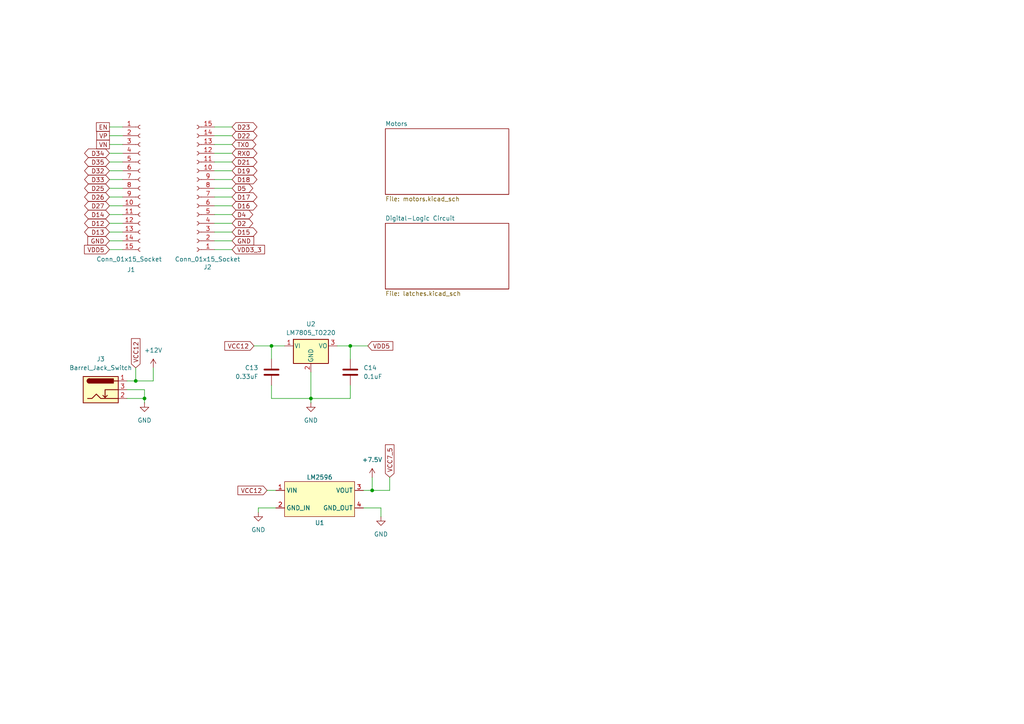
<source format=kicad_sch>
(kicad_sch (version 20231120) (generator "eeschema") (generator_version "8.0")
  (paper "A4")
  (lib_symbols
    (symbol "Connector:Barrel_Jack_Switch" (pin_names hide)
      (property "Reference" "J" (at 0 5.334 0))
      (property "Value" "Barrel_Jack_Switch" (at 0 -5.08 0))
      (symbol "Barrel_Jack_Switch_0_1"
        (rectangle (start -5.08 3.81) (end 5.08 -3.81) (stroke (width 0.254)) (fill (type background)))
        (arc (start -3.302 3.175) (mid -3.9343 2.54) (end -3.302 1.905) (stroke (width 0.254)))
        (arc (start -3.302 3.175) (mid -3.9343 2.54) (end -3.302 1.905) (stroke (width 0.254)) (fill (type outline)))
        (polyline (pts (xy 1.27 -2.286) (xy 1.905 -1.651)) (stroke (width 0.254)))
        (polyline (pts (xy 5.08 2.54) (xy 3.81 2.54)) (stroke (width 0.254)))
        (polyline (pts (xy 5.08 0) (xy 1.27 0) (xy 1.27 -2.286) (xy 0.635 -1.651)) (stroke (width 0.254)))
        (polyline (pts (xy -3.81 -2.54) (xy -2.54 -2.54) (xy -1.27 -1.27) (xy 0 -2.54) (xy 2.54 -2.54) (xy 5.08 -2.54)) (stroke (width 0.254)))
        (rectangle (start 3.683 3.175) (end -3.302 1.905) (stroke (width 0.254)) (fill (type outline)))
      )
      (symbol "Barrel_Jack_Switch_1_1"
        (pin passive line (at 7.62 2.54 180) (length 2.54) (name "~") (number "1"))
        (pin passive line (at 7.62 -2.54 180) (length 2.54) (name "~") (number "2"))
        (pin passive line (at 7.62 0 180) (length 2.54) (name "~") (number "3"))
      )
    )
    (symbol "Connector:Conn_01x15_Socket" (pin_names (offset 1.016) hide)
      (property "Reference" "J" (at 0 20.32 0))
      (property "Value" "Conn_01x15_Socket" (at 0 -20.32 0))
      (symbol "Conn_01x15_Socket_1_1"
        (arc (start 0 -17.272) (mid -0.5058 -17.78) (end 0 -18.288) (stroke (width 0.1524)))
        (arc (start 0 -14.732) (mid -0.5058 -15.24) (end 0 -15.748) (stroke (width 0.1524)))
        (arc (start 0 -12.192) (mid -0.5058 -12.7) (end 0 -13.208) (stroke (width 0.1524)))
        (arc (start 0 -9.652) (mid -0.5058 -10.16) (end 0 -10.668) (stroke (width 0.1524)))
        (arc (start 0 -7.112) (mid -0.5058 -7.62) (end 0 -8.128) (stroke (width 0.1524)))
        (arc (start 0 -4.572) (mid -0.5058 -5.08) (end 0 -5.588) (stroke (width 0.1524)))
        (arc (start 0 -2.032) (mid -0.5058 -2.54) (end 0 -3.048) (stroke (width 0.1524)))
        (polyline (pts (xy -1.27 -17.78) (xy -0.508 -17.78)) (stroke (width 0.1524)))
        (polyline (pts (xy -1.27 -15.24) (xy -0.508 -15.24)) (stroke (width 0.1524)))
        (polyline (pts (xy -1.27 -12.7) (xy -0.508 -12.7)) (stroke (width 0.1524)))
        (polyline (pts (xy -1.27 -10.16) (xy -0.508 -10.16)) (stroke (width 0.1524)))
        (polyline (pts (xy -1.27 -7.62) (xy -0.508 -7.62)) (stroke (width 0.1524)))
        (polyline (pts (xy -1.27 -5.08) (xy -0.508 -5.08)) (stroke (width 0.1524)))
        (polyline (pts (xy -1.27 -2.54) (xy -0.508 -2.54)) (stroke (width 0.1524)))
        (polyline (pts (xy -1.27 0) (xy -0.508 0)) (stroke (width 0.1524)))
        (polyline (pts (xy -1.27 2.54) (xy -0.508 2.54)) (stroke (width 0.1524)))
        (polyline (pts (xy -1.27 5.08) (xy -0.508 5.08)) (stroke (width 0.1524)))
        (polyline (pts (xy -1.27 7.62) (xy -0.508 7.62)) (stroke (width 0.1524)))
        (polyline (pts (xy -1.27 10.16) (xy -0.508 10.16)) (stroke (width 0.1524)))
        (polyline (pts (xy -1.27 12.7) (xy -0.508 12.7)) (stroke (width 0.1524)))
        (polyline (pts (xy -1.27 15.24) (xy -0.508 15.24)) (stroke (width 0.1524)))
        (polyline (pts (xy -1.27 17.78) (xy -0.508 17.78)) (stroke (width 0.1524)))
        (arc (start 0 0.508) (mid -0.5058 0) (end 0 -0.508) (stroke (width 0.1524)))
        (arc (start 0 3.048) (mid -0.5058 2.54) (end 0 2.032) (stroke (width 0.1524)))
        (arc (start 0 5.588) (mid -0.5058 5.08) (end 0 4.572) (stroke (width 0.1524)))
        (arc (start 0 8.128) (mid -0.5058 7.62) (end 0 7.112) (stroke (width 0.1524)))
        (arc (start 0 10.668) (mid -0.5058 10.16) (end 0 9.652) (stroke (width 0.1524)))
        (arc (start 0 13.208) (mid -0.5058 12.7) (end 0 12.192) (stroke (width 0.1524)))
        (arc (start 0 15.748) (mid -0.5058 15.24) (end 0 14.732) (stroke (width 0.1524)))
        (arc (start 0 18.288) (mid -0.5058 17.78) (end 0 17.272) (stroke (width 0.1524)))
        (pin passive line (at -5.08 17.78 0) (length 3.81) (name "Pin_1") (number "1"))
        (pin passive line (at -5.08 -5.08 0) (length 3.81) (name "Pin_10") (number "10"))
        (pin passive line (at -5.08 -7.62 0) (length 3.81) (name "Pin_11") (number "11"))
        (pin passive line (at -5.08 -10.16 0) (length 3.81) (name "Pin_12") (number "12"))
        (pin passive line (at -5.08 -12.7 0) (length 3.81) (name "Pin_13") (number "13"))
        (pin passive line (at -5.08 -15.24 0) (length 3.81) (name "Pin_14") (number "14"))
        (pin passive line (at -5.08 -17.78 0) (length 3.81) (name "Pin_15") (number "15"))
        (pin passive line (at -5.08 15.24 0) (length 3.81) (name "Pin_2") (number "2"))
        (pin passive line (at -5.08 12.7 0) (length 3.81) (name "Pin_3") (number "3"))
        (pin passive line (at -5.08 10.16 0) (length 3.81) (name "Pin_4") (number "4"))
        (pin passive line (at -5.08 7.62 0) (length 3.81) (name "Pin_5") (number "5"))
        (pin passive line (at -5.08 5.08 0) (length 3.81) (name "Pin_6") (number "6"))
        (pin passive line (at -5.08 2.54 0) (length 3.81) (name "Pin_7") (number "7"))
        (pin passive line (at -5.08 0 0) (length 3.81) (name "Pin_8") (number "8"))
        (pin passive line (at -5.08 -2.54 0) (length 3.81) (name "Pin_9") (number "9"))
      )
    )
    (symbol "Device:C" (pin_numbers hide) (pin_names (offset 0.254))
      (property "Reference" "C" (at 0.635 2.54 0))
      (property "Value" "C" (at 0.635 -2.54 0))
      (symbol "C_0_1"
        (polyline (pts (xy -2.032 -0.762) (xy 2.032 -0.762)) (stroke (width 0.508)))
        (polyline (pts (xy -2.032 0.762) (xy 2.032 0.762)) (stroke (width 0.508)))
      )
      (symbol "C_1_1"
        (pin passive line (at 0 3.81 270) (length 2.794) (name "~") (number "1"))
        (pin passive line (at 0 -3.81 90) (length 2.794) (name "~") (number "2"))
      )
    )
    (symbol "Generic:Module_LM2596"
      (property "Reference" "U1" (at 0 8.89 0))
      (property "Value" "LM2596" (at 0 6.35 0))
      (symbol "Module_LM2596_1_1"
        (rectangle (start -10.16 5.08) (end 10.16 -5.08) (fill (type background)))
        (pin input line (at -12.7 2.54 0) (length 2.54) (name "VIN") (number "1"))
        (pin passive line (at -12.7 -2.54 0) (length 2.54) (name "GND_IN") (number "2"))
        (pin output line (at 12.7 2.54 180) (length 2.54) (name "VOUT") (number "3"))
        (pin passive line (at 12.7 -2.54 180) (length 2.54) (name "GND_OUT") (number "4"))
      )
    )
    (symbol "Regulator_Linear:LM7805_TO220" (pin_names (offset 0.254))
      (property "Reference" "U" (at -3.81 3.175 0))
      (property "Value" "LM7805_TO220" (at 0 3.175 0))
      (symbol "LM7805_TO220_0_1"
        (rectangle (start -5.08 1.905) (end 5.08 -5.08) (stroke (width 0.254)) (fill (type background)))
      )
      (symbol "LM7805_TO220_1_1"
        (pin power_in line (at -7.62 0 0) (length 2.54) (name "VI") (number "1"))
        (pin power_in line (at 0 -7.62 90) (length 2.54) (name "GND") (number "2"))
        (pin power_out line (at 7.62 0 180) (length 2.54) (name "VO") (number "3"))
      )
    )
    (symbol "power:+12V" (power) (pin_numbers hide) (pin_names (offset 0) hide)
      (property "Value" "+12V" (at 0 3.556 0))
      (symbol "+12V_0_1"
        (polyline (pts (xy -0.762 1.27) (xy 0 2.54)))
        (polyline (pts (xy 0 0) (xy 0 2.54)))
        (polyline (pts (xy 0 2.54) (xy 0.762 1.27)))
      )
      (symbol "+12V_1_1"
        (pin power_in line (at 0 0 90) (length 0) (name "~") (number "1"))
      )
    )
    (symbol "power:+7.5V" (power) (pin_numbers hide) (pin_names (offset 0) hide)
      (property "Value" "+7.5V" (at 0 3.556 0))
      (symbol "+7.5V_0_1"
        (polyline (pts (xy -0.762 1.27) (xy 0 2.54)))
        (polyline (pts (xy 0 0) (xy 0 2.54)))
        (polyline (pts (xy 0 2.54) (xy 0.762 1.27)))
      )
      (symbol "+7.5V_1_1"
        (pin power_in line (at 0 0 90) (length 0) (name "~") (number "1"))
      )
    )
    (symbol "power:GND" (power) (pin_numbers hide) (pin_names (offset 0) hide)
      (property "Value" "GND" (at 0 -3.81 0))
      (symbol "GND_0_1"
        (polyline (pts (xy 0 0) (xy 0 -1.27) (xy 1.27 -1.27) (xy 0 -2.54) (xy -1.27 -1.27) (xy 0 -1.27)))
      )
      (symbol "GND_1_1"
        (pin power_in line (at 0 0 270) (length 0) (name "~") (number "1"))
      )
    )
  )
  (junction (at 41.91 115.57))
  (junction (at 78.74 100.33))
  (junction (at 39.37 110.49))
  (junction (at 101.6 100.33))
  (junction (at 90.17 115.57))
  (junction (at 107.95 142.24))
  (wire (pts (xy 31.75 54.61) (xy 35.56 54.61)))
  (wire (pts (xy 62.23 39.37) (xy 67.31 39.37)))
  (wire (pts (xy 101.6 100.33) (xy 97.79 100.33)))
  (wire (pts (xy 62.23 67.31) (xy 67.31 67.31)))
  (wire (pts (xy 31.75 44.45) (xy 35.56 44.45)))
  (wire (pts (xy 107.95 138.43) (xy 107.95 142.24)))
  (wire (pts (xy 110.49 149.86) (xy 110.49 147.32)))
  (wire (pts (xy 113.03 138.43) (xy 113.03 142.24)))
  (wire (pts (xy 78.74 111.76) (xy 78.74 115.57)))
  (wire (pts (xy 31.75 59.69) (xy 35.56 59.69)))
  (wire (pts (xy 31.75 46.99) (xy 35.56 46.99)))
  (wire (pts (xy 90.17 116.84) (xy 90.17 115.57)))
  (wire (pts (xy 62.23 44.45) (xy 67.31 44.45)))
  (wire (pts (xy 62.23 36.83) (xy 67.31 36.83)))
  (wire (pts (xy 101.6 104.14) (xy 101.6 100.33)))
  (wire (pts (xy 36.83 110.49) (xy 39.37 110.49)))
  (wire (pts (xy 62.23 41.91) (xy 67.31 41.91)))
  (wire (pts (xy 62.23 52.07) (xy 67.31 52.07)))
  (wire (pts (xy 74.93 147.32) (xy 80.01 147.32)))
  (wire (pts (xy 78.74 100.33) (xy 82.55 100.33)))
  (wire (pts (xy 31.75 57.15) (xy 35.56 57.15)))
  (wire (pts (xy 36.83 115.57) (xy 41.91 115.57)))
  (wire (pts (xy 90.17 115.57) (xy 90.17 107.95)))
  (wire (pts (xy 78.74 104.14) (xy 78.74 100.33)))
  (wire (pts (xy 62.23 49.53) (xy 67.31 49.53)))
  (wire (pts (xy 39.37 106.68) (xy 39.37 110.49)))
  (wire (pts (xy 31.75 39.37) (xy 35.56 39.37)))
  (wire (pts (xy 31.75 49.53) (xy 35.56 49.53)))
  (wire (pts (xy 31.75 72.39) (xy 35.56 72.39)))
  (wire (pts (xy 62.23 64.77) (xy 67.31 64.77)))
  (wire (pts (xy 39.37 110.49) (xy 44.45 110.49)))
  (wire (pts (xy 41.91 115.57) (xy 41.91 116.84)))
  (wire (pts (xy 31.75 41.91) (xy 35.56 41.91)))
  (wire (pts (xy 62.23 54.61) (xy 67.31 54.61)))
  (wire (pts (xy 77.47 142.24) (xy 80.01 142.24)))
  (wire (pts (xy 31.75 62.23) (xy 35.56 62.23)))
  (wire (pts (xy 101.6 100.33) (xy 106.68 100.33)))
  (wire (pts (xy 62.23 72.39) (xy 67.31 72.39)))
  (wire (pts (xy 31.75 67.31) (xy 35.56 67.31)))
  (wire (pts (xy 74.93 148.59) (xy 74.93 147.32)))
  (wire (pts (xy 113.03 142.24) (xy 107.95 142.24)))
  (wire (pts (xy 73.66 100.33) (xy 78.74 100.33)))
  (wire (pts (xy 62.23 59.69) (xy 67.31 59.69)))
  (wire (pts (xy 41.91 113.03) (xy 41.91 115.57)))
  (wire (pts (xy 78.74 115.57) (xy 90.17 115.57)))
  (wire (pts (xy 36.83 113.03) (xy 41.91 113.03)))
  (wire (pts (xy 62.23 69.85) (xy 67.31 69.85)))
  (wire (pts (xy 31.75 69.85) (xy 35.56 69.85)))
  (wire (pts (xy 62.23 62.23) (xy 67.31 62.23)))
  (wire (pts (xy 62.23 46.99) (xy 67.31 46.99)))
  (wire (pts (xy 107.95 142.24) (xy 105.41 142.24)))
  (wire (pts (xy 31.75 52.07) (xy 35.56 52.07)))
  (wire (pts (xy 101.6 111.76) (xy 101.6 115.57)))
  (wire (pts (xy 110.49 147.32) (xy 105.41 147.32)))
  (wire (pts (xy 31.75 36.83) (xy 35.56 36.83)))
  (wire (pts (xy 44.45 106.68) (xy 44.45 110.49)))
  (wire (pts (xy 31.75 64.77) (xy 35.56 64.77)))
  (wire (pts (xy 101.6 115.57) (xy 90.17 115.57)))
  (wire (pts (xy 62.23 57.15) (xy 67.31 57.15)))
  (global_label "D13" (shape bidirectional) (at 31.75 67.31 180) (property "Intersheetrefs" "${INTERSHEET_REFS}" (effects (hide yes))))
  (global_label "VCC12" (shape input) (at 77.47 142.24 180) (property "Intersheetrefs" "${INTERSHEET_REFS}" (effects (hide yes))))
  (global_label "D18" (shape bidirectional) (at 67.31 52.07 0) (property "Intersheetrefs" "${INTERSHEET_REFS}" (effects (hide yes))))
  (global_label "VP" (shape passive) (at 31.75 39.37 180) (property "Intersheetrefs" "${INTERSHEET_REFS}" (effects (hide yes))))
  (global_label "D12" (shape bidirectional) (at 31.75 64.77 180) (property "Intersheetrefs" "${INTERSHEET_REFS}" (effects (hide yes))))
  (global_label "D19" (shape bidirectional) (at 67.31 49.53 0) (property "Intersheetrefs" "${INTERSHEET_REFS}" (effects (hide yes))))
  (global_label "D33" (shape bidirectional) (at 31.75 52.07 180) (property "Intersheetrefs" "${INTERSHEET_REFS}" (effects (hide yes))))
  (global_label "VCC12" (shape input) (at 39.37 106.68 90) (property "Intersheetrefs" "${INTERSHEET_REFS}" (effects (hide yes))))
  (global_label "D34" (shape bidirectional) (at 31.75 44.45 180) (property "Intersheetrefs" "${INTERSHEET_REFS}" (effects (hide yes))))
  (global_label "RX0" (shape bidirectional) (at 67.31 44.45 0) (property "Intersheetrefs" "${INTERSHEET_REFS}" (effects (hide yes))))
  (global_label "VDD3_3" (shape input) (at 67.31 72.39 0) (property "Intersheetrefs" "${INTERSHEET_REFS}" (effects (hide yes))))
  (global_label "D25" (shape bidirectional) (at 31.75 54.61 180) (property "Intersheetrefs" "${INTERSHEET_REFS}" (effects (hide yes))))
  (global_label "GND" (shape input) (at 31.75 69.85 180) (property "Intersheetrefs" "${INTERSHEET_REFS}" (effects (hide yes))))
  (global_label "VCC12" (shape input) (at 73.66 100.33 180) (property "Intersheetrefs" "${INTERSHEET_REFS}" (effects (hide yes))))
  (global_label "VDD5" (shape input) (at 106.68 100.33 0) (property "Intersheetrefs" "${INTERSHEET_REFS}" (effects (hide yes))))
  (global_label "GND" (shape input) (at 67.31 69.85 0) (property "Intersheetrefs" "${INTERSHEET_REFS}" (effects (hide yes))))
  (global_label "D27" (shape bidirectional) (at 31.75 59.69 180) (property "Intersheetrefs" "${INTERSHEET_REFS}" (effects (hide yes))))
  (global_label "D17" (shape bidirectional) (at 67.31 57.15 0) (property "Intersheetrefs" "${INTERSHEET_REFS}" (effects (hide yes))))
  (global_label "D23" (shape bidirectional) (at 67.31 36.83 0) (property "Intersheetrefs" "${INTERSHEET_REFS}" (effects (hide yes))))
  (global_label "D15" (shape bidirectional) (at 67.31 67.31 0) (property "Intersheetrefs" "${INTERSHEET_REFS}" (effects (hide yes))))
  (global_label "D26" (shape bidirectional) (at 31.75 57.15 180) (property "Intersheetrefs" "${INTERSHEET_REFS}" (effects (hide yes))))
  (global_label "VDD5" (shape input) (at 31.75 72.39 180) (property "Intersheetrefs" "${INTERSHEET_REFS}" (effects (hide yes))))
  (global_label "D14" (shape bidirectional) (at 31.75 62.23 180) (property "Intersheetrefs" "${INTERSHEET_REFS}" (effects (hide yes))))
  (global_label "D35" (shape bidirectional) (at 31.75 46.99 180) (property "Intersheetrefs" "${INTERSHEET_REFS}" (effects (hide yes))))
  (global_label "D16" (shape bidirectional) (at 67.31 59.69 0) (property "Intersheetrefs" "${INTERSHEET_REFS}" (effects (hide yes))))
  (global_label "D2" (shape bidirectional) (at 67.31 64.77 0) (property "Intersheetrefs" "${INTERSHEET_REFS}" (effects (hide yes))))
  (global_label "TX0" (shape bidirectional) (at 67.31 41.91 0) (property "Intersheetrefs" "${INTERSHEET_REFS}" (effects (hide yes))))
  (global_label "EN" (shape passive) (at 31.75 36.83 180) (property "Intersheetrefs" "${INTERSHEET_REFS}" (effects (hide yes))))
  (global_label "D4" (shape bidirectional) (at 67.31 62.23 0) (property "Intersheetrefs" "${INTERSHEET_REFS}" (effects (hide yes))))
  (global_label "VCC7_5" (shape input) (at 113.03 138.43 90) (property "Intersheetrefs" "${INTERSHEET_REFS}" (effects (hide yes))))
  (global_label "D22" (shape bidirectional) (at 67.31 39.37 0) (property "Intersheetrefs" "${INTERSHEET_REFS}" (effects (hide yes))))
  (global_label "D32" (shape bidirectional) (at 31.75 49.53 180) (property "Intersheetrefs" "${INTERSHEET_REFS}" (effects (hide yes))))
  (global_label "VN" (shape passive) (at 31.75 41.91 180) (property "Intersheetrefs" "${INTERSHEET_REFS}" (effects (hide yes))))
  (global_label "D21" (shape bidirectional) (at 67.31 46.99 0) (property "Intersheetrefs" "${INTERSHEET_REFS}" (effects (hide yes))))
  (global_label "D5" (shape bidirectional) (at 67.31 54.61 0) (property "Intersheetrefs" "${INTERSHEET_REFS}" (effects (hide yes))))
  (symbol (lib_id "power:+12V") (at 44.45 106.68 0) (unit 1)
    (property "Reference" "#PWR28" (effects (hide yes)))
    (property "Value" "+12V" (at 44.45 101.6 0))
    (property "Description" "Power symbol creates a global label with name \"+12V\"" (effects (hide yes)))
  )
  (symbol (lib_id "power:GND") (at 110.49 149.86 0) (unit 1)
    (property "Reference" "#PWR26" (effects (hide yes)))
    (property "Value" "GND" (at 110.49 154.94 0))
    (property "Description" "Power symbol creates a global label with name \"GND\" , ground" (effects (hide yes)))
  )
  (symbol (lib_id "Connector:Conn_01x15_Socket") (at 57.15 54.61 180) (unit 1)
    (property "Reference" "J2" (at 60.198 77.47 0))
    (property "Value" "Conn_01x15_Socket" (at 60.198 75.184 0))
    (property "Footprint" "Connector_PinSocket_2.54mm:PinSocket_1x15_P2.54mm_Vertical" (effects (hide yes)))
    (property "Description" "Generic connector, single row, 01x15, script generated" (effects (hide yes)))
  )
  (symbol (lib_id "Connector:Barrel_Jack_Switch") (at 29.21 113.03 0) (unit 1)
    (property "Reference" "J3" (at 29.21 104.14 0))
    (property "Value" "Barrel_Jack_Switch" (at 29.21 106.68 0))
    (property "Footprint" "barreljack:BarrelJack_Horizontal" (effects (hide yes)))
    (property "Description" "DC Barrel Jack with an internal switch" (effects (hide yes)))
  )
  (symbol (lib_id "power:+7.5V") (at 107.95 138.43 0) (unit 1)
    (property "Reference" "#PWR27" (effects (hide yes)))
    (property "Value" "+7.5V" (at 107.95 133.35 0))
    (property "Description" "Power symbol creates a global label with name \"+7.5V\"" (effects (hide yes)))
  )
  (symbol (lib_id "Connector:Conn_01x15_Socket") (at 40.64 54.61 0) (unit 1)
    (property "Reference" "J1" (at 36.83 78.232 0) (effects (justify left)))
    (property "Value" "Conn_01x15_Socket" (at 27.94 75.184 0) (effects (justify left)))
    (property "Footprint" "Connector_PinSocket_2.54mm:PinSocket_1x15_P2.54mm_Vertical" (effects (hide yes)))
    (property "Description" "Generic connector, single row, 01x15, script generated" (effects (hide yes)))
  )
  (symbol (lib_id "power:GND") (at 74.93 148.59 0) (unit 1)
    (property "Reference" "#PWR29" (effects (hide yes)))
    (property "Value" "GND" (at 74.93 153.67 0))
    (property "Description" "Power symbol creates a global label with name \"GND\" , ground" (effects (hide yes)))
  )
  (symbol (lib_id "Device:C") (at 101.6 107.95 0) (mirror y) (unit 1)
    (property "Reference" "C14" (at 105.41 106.6799 0) (effects (justify right)))
    (property "Value" "0.1uF" (at 105.41 109.2199 0) (effects (justify right)))
    (property "Footprint" "100u:615R100GAD10" (effects (hide yes)))
    (property "Description" "Unpolarized capacitor" (effects (hide yes)))
  )
  (symbol (lib_id "Device:C") (at 78.74 107.95 0) (unit 1)
    (property "Reference" "C13" (at 74.93 106.6799 0) (effects (justify right)))
    (property "Value" "0.33uF" (at 74.93 109.2199 0) (effects (justify right)))
    (property "Footprint" "330u:CAPPRD350W60D825H1300" (effects (hide yes)))
    (property "Description" "Unpolarized capacitor" (effects (hide yes)))
  )
  (symbol (lib_id "Generic:Module_LM2596") (at 92.71 144.78 0) (unit 1)
    (property "Reference" "U1" (at 92.71 151.638 0))
    (property "Value" "LM2596" (at 92.71 138.43 0))
    (property "Footprint" "lm2596:LM2596_Module" (effects (hide yes)))
  )
  (symbol (lib_id "power:GND") (at 90.17 116.84 0) (unit 1)
    (property "Reference" "#PWR30" (effects (hide yes)))
    (property "Value" "GND" (at 90.17 121.92 0))
    (property "Description" "Power symbol creates a global label with name \"GND\" , ground" (effects (hide yes)))
  )
  (symbol (lib_id "power:GND") (at 41.91 116.84 0) (unit 1)
    (property "Reference" "#PWR25" (effects (hide yes)))
    (property "Value" "GND" (at 41.91 121.92 0))
    (property "Description" "Power symbol creates a global label with name \"GND\" , ground" (effects (hide yes)))
  )
  (symbol (lib_id "Regulator_Linear:LM7805_TO220") (at 90.17 100.33 0) (unit 1)
    (property "Reference" "U2" (at 90.17 93.98 0))
    (property "Value" "LM7805_TO220" (at 90.17 96.52 0))
    (property "Footprint" "Package_TO_SOT_THT:TO-220-3_Vertical" (effects (hide yes)))
    (property "Datasheet" "https://www.onsemi.cn/PowerSolutions/document/MC7800-D.PDF" (effects (hide yes)))
    (property "Description" "Positive 1A 35V Linear Regulator, Fixed Output 5V, TO-220" (effects (hide yes)))
  )
  (sheet (at 111.76 37.338) (size 35.814 19.05) (stroke (width 0.1524))
    (property "Sheetname" "Motors" (at 111.76 36.6264 0) (effects (justify left bottom)))
    (property "Sheetfile" "motors.kicad_sch" (at 111.76 56.9726 0) (effects (justify left top)))
  )
  (sheet (at 111.76 64.77) (size 35.814 19.05) (stroke (width 0.1524))
    (property "Sheetname" "Digital-Logic Circuit" (at 111.76 64.0584 0) (effects (justify left bottom)))
    (property "Sheetfile" "latches.kicad_sch" (at 111.76 84.4046 0) (effects (justify left top)))
  )
)
</source>
